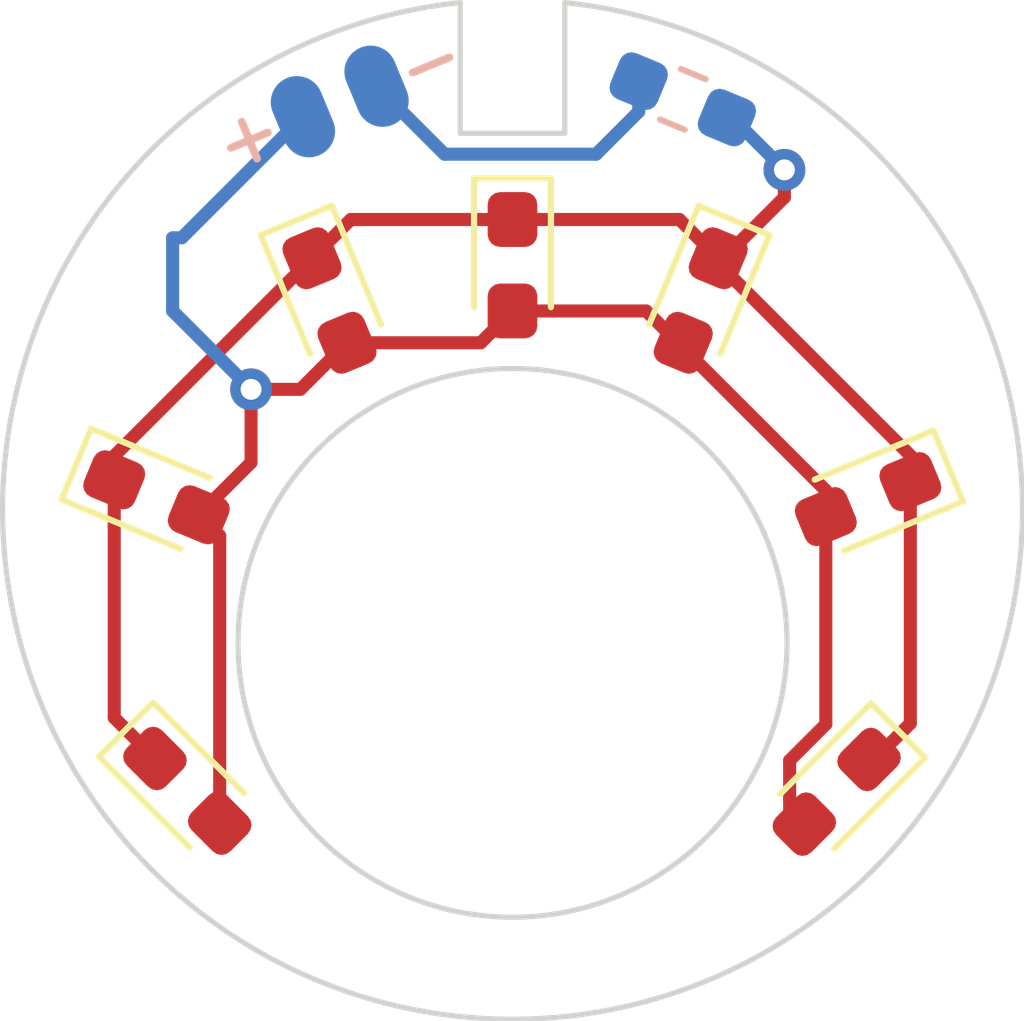
<source format=kicad_pcb>
(kicad_pcb (version 20211014) (generator pcbnew)
  (layers (0 "F.Cu" signal) (31 "B.Cu" signal) (34 "B.Paste" user) (35 "F.Paste" user) (36 "B.SilkS" user "B.Silkscreen") (37 "F.SilkS" user "F.Silkscreen") (38 "B.Mask" user) (39 "F.Mask" user) (44 "Edge.Cuts" user))
  (net 0 "")
  (net 1 "Net-(D1-Pad1)")
  (net 2 "Net-(D1-Pad2)")
  (net 3 "Net-(R1-Pad2)")
  (footprint "LED_SMD:LED_0603_1608Metric_Pad1.05x0.95mm_HandSolder" (layer "F.Cu") (at 116.491605 78.365152 -22.5)
    (fp_text reference "D3" hide)
    (fp_text value "LED" hide)
    (fp_line (start -1.66 -0.735) (end -1.66 0.735) (layer "F.SilkS") (width 0.12))
    (fp_line (start -1.66 0.735) (end 0.8 0.735) (layer "F.SilkS") (width 0.12))
    (fp_line (start 0.8 -0.735) (end -1.66 -0.735) (layer "F.SilkS") (width 0.12))
    (pad "1" smd roundrect (at -0.875 0 337.5) (size 1.05 0.95) (layers "F.Cu" "F.Paste" "F.Mask") (net 1 "Net-(D1-Pad1)"))
    (pad "2" smd roundrect (at 0.875 0 337.5) (size 1.05 0.95) (layers "F.Cu" "F.Paste" "F.Mask") (net 2 "Net-(D1-Pad2)"))
  )
  (footprint "LED_SMD:LED_0603_1608Metric_Pad1.05x0.95mm_HandSolder" (layer "F.Cu") (at 129.5 84 -135)
    (fp_text reference "D7" hide)
    (fp_text value "LED" hide)
    (fp_line (start -1.66 -0.735) (end -1.66 0.735) (layer "F.SilkS") (width 0.12))
    (fp_line (start 0.8 -0.735) (end -1.66 -0.735) (layer "F.SilkS") (width 0.12))
    (fp_line (start -1.66 0.735) (end 0.8 0.735) (layer "F.SilkS") (width 0.12))
    (pad "1" smd roundrect (at -0.875 0 225) (size 1.05 0.95) (layers "F.Cu" "F.Paste" "F.Mask") (net 1 "Net-(D1-Pad1)"))
    (pad "2" smd roundrect (at 0.875 0 225) (size 1.05 0.95) (layers "F.Cu" "F.Paste" "F.Mask") (net 2 "Net-(D1-Pad2)"))
  )
  (footprint "LED_SMD:LED_0603_1608Metric_Pad1.05x0.95mm_HandSolder" (layer "F.Cu") (at 119.8 74.6 -67.5)
    (fp_text reference "D2" hide)
    (fp_text value "LED" hide)
    (fp_line (start -1.66 0.735) (end 0.8 0.735) (layer "F.SilkS") (width 0.12))
    (fp_line (start -1.66 -0.735) (end -1.66 0.735) (layer "F.SilkS") (width 0.12))
    (fp_line (start 0.8 -0.735) (end -1.66 -0.735) (layer "F.SilkS") (width 0.12))
    (pad "1" smd roundrect (at -0.875 0 292.5) (size 1.05 0.95) (layers "F.Cu" "F.Paste" "F.Mask") (net 1 "Net-(D1-Pad1)"))
    (pad "2" smd roundrect (at 0.875 0 292.5) (size 1.05 0.95) (layers "F.Cu" "F.Paste" "F.Mask") (net 2 "Net-(D1-Pad2)"))
  )
  (footprint "LED_SMD:LED_0603_1608Metric_Pad1.05x0.95mm_HandSolder" (layer "F.Cu") (at 126.9 74.6 -112.5)
    (fp_text reference "D5" hide)
    (fp_text value "LED" hide)
    (fp_line (start -1.66 -0.735) (end -1.66 0.735) (layer "F.SilkS") (width 0.12))
    (fp_line (start 0.8 -0.735) (end -1.66 -0.735) (layer "F.SilkS") (width 0.12))
    (fp_line (start -1.66 0.735) (end 0.8 0.735) (layer "F.SilkS") (width 0.12))
    (pad "1" smd roundrect (at -0.875 0 247.5) (size 1.05 0.95) (layers "F.Cu" "F.Paste" "F.Mask") (net 1 "Net-(D1-Pad1)"))
    (pad "2" smd roundrect (at 0.875 0 247.5) (size 1.05 0.95) (layers "F.Cu" "F.Paste" "F.Mask") (net 2 "Net-(D1-Pad2)"))
  )
  (footprint "LED_SMD:LED_0603_1608Metric_Pad1.05x0.95mm_HandSolder" (layer "F.Cu") (at 123.3 73.925 -90)
    (fp_text reference "D1" hide)
    (fp_text value "LED" hide)
    (fp_line (start -1.66 0.735) (end 0.8 0.735) (layer "F.SilkS") (width 0.12))
    (fp_line (start -1.66 -0.735) (end -1.66 0.735) (layer "F.SilkS") (width 0.12))
    (fp_line (start 0.8 -0.735) (end -1.66 -0.735) (layer "F.SilkS") (width 0.12))
    (pad "1" smd roundrect (at -0.875 0 270) (size 1.05 0.95) (layers "F.Cu" "F.Paste" "F.Mask") (net 1 "Net-(D1-Pad1)"))
    (pad "2" smd roundrect (at 0.875 0 270) (size 1.05 0.95) (layers "F.Cu" "F.Paste" "F.Mask") (net 2 "Net-(D1-Pad2)"))
  )
  (footprint "LED_SMD:LED_0603_1608Metric_Pad1.05x0.95mm_HandSolder" (layer "F.Cu") (at 117.081282 83.981282 -45)
    (fp_text reference "D4" hide)
    (fp_text value "LED" hide)
    (fp_line (start -1.66 0.735) (end 0.8 0.735) (layer "F.SilkS") (width 0.12))
    (fp_line (start -1.66 -0.735) (end -1.66 0.735) (layer "F.SilkS") (width 0.12))
    (fp_line (start 0.8 -0.735) (end -1.66 -0.735) (layer "F.SilkS") (width 0.12))
    (pad "1" smd roundrect (at -0.875 0 315) (size 1.05 0.95) (layers "F.Cu" "F.Paste" "F.Mask") (net 1 "Net-(D1-Pad1)"))
    (pad "2" smd roundrect (at 0.875 0 315) (size 1.05 0.95) (layers "F.Cu" "F.Paste" "F.Mask") (net 2 "Net-(D1-Pad2)"))
  )
  (footprint "LED_SMD:LED_0603_1608Metric_Pad1.05x0.95mm_HandSolder" (layer "F.Cu") (at 130.1 78.4 -157.5)
    (fp_text reference "D6" hide)
    (fp_text value "LED" hide)
    (fp_line (start -1.66 0.735) (end 0.8 0.735) (layer "F.SilkS") (width 0.12))
    (fp_line (start 0.8 -0.735) (end -1.66 -0.735) (layer "F.SilkS") (width 0.12))
    (fp_line (start -1.66 -0.735) (end -1.66 0.735) (layer "F.SilkS") (width 0.12))
    (pad "1" smd roundrect (at -0.875 0 202.5) (size 1.05 0.95) (layers "F.Cu" "F.Paste" "F.Mask") (net 1 "Net-(D1-Pad1)"))
    (pad "2" smd roundrect (at 0.875 0 202.5) (size 1.05 0.95) (layers "F.Cu" "F.Paste" "F.Mask") (net 2 "Net-(D1-Pad2)"))
  )
  (footprint "battery_connector_custom:vcc_gnd_2pin_custom_smd_close" (layer "B.Cu") (at 119.996004 70.791605 -157.5)
    (fp_text reference "U1" hide)
    (fp_text value "battery_custom" hide)
    (fp_text user "-" (at -1.8796 0.0508 22.5) (layer "B.SilkS") (effects (justify mirror)))
    (fp_text user "+" (at 1.8796 0.0508 22.5) (layer "B.SilkS") (effects (justify mirror)))
    (pad "1" smd oval (at -0.762 0 112.5) (size 1.6 1) (layers "B.Cu" "B.Paste" "B.Mask") (net 3 "Net-(R1-Pad2)"))
    (pad "2" smd oval (at 0.762 0 112.5) (size 1.6 1) (layers "B.Cu" "B.Paste" "B.Mask") (net 2 "Net-(D1-Pad2)"))
  )
  (footprint "Resistor_SMD:R_0603_1608Metric_Pad0.98x0.95mm_HandSolder" (layer "B.Cu") (at 126.55696 70.750801 157.5)
    (fp_text reference "R1" hide)
    (fp_text value "R")
    (fp_line (start -0.254724 0.5225) (end 0.254724 0.5225) (layer "B.SilkS") (width 0.12))
    (fp_line (start -0.254724 -0.5225) (end 0.254724 -0.5225) (layer "B.SilkS") (width 0.12))
    (pad "1" smd roundrect (at -0.9125 0 157.5) (size 0.975 0.95) (layers "B.Cu" "B.Paste" "B.Mask") (net 1 "Net-(D1-Pad1)"))
    (pad "2" smd roundrect (at 0.9125 0 157.5) (size 0.975 0.95) (layers "B.Cu" "B.Paste" "B.Mask") (net 3 "Net-(R1-Pad2)"))
  )
  (gr_line (start 124.3 71.4) (end 124.3 68.9) (layer "Edge.Cuts") (width 0.1))
  (gr_line (start 122.3 68.9) (end 122.3 71.4) (layer "Edge.Cuts") (width 0.1))
  (gr_line (start 122.3 71.4) (end 124.3 71.4) (layer "Edge.Cuts") (width 0.1))
  (gr_circle (center 123.3 81.15) (end 128.55 81.15) (layer "Edge.Cuts") (width 0.1) (fill none))
  (gr_arc (start 124.3 68.9) (mid 123.3 88.35141) (end 122.3 68.9) (layer "Edge.Cuts") (width 0.1))
  (segment (start 130.908395 78.165152) (end 130.908395 82.691605) (width 0.25) (layer "F.Cu") (net 1))
  (segment (start 130.908395 82.691605) (end 130.118718 83.481282) (width 0.25) (layer "F.Cu") (net 1))
  (segment (start 126.493243 73.05) (end 127.234848 73.791605) (width 0.25) (layer "F.Cu") (net 1))
  (segment (start 120.206757 73.05) (end 123.3 73.05) (width 0.25) (layer "F.Cu") (net 1))
  (segment (start 115.68321 77.573547) (end 119.465152 73.791605) (width 0.25) (layer "F.Cu") (net 1))
  (segment (start 130.908395 77.565152) (end 130.908395 78.165152) (width 0.25) (layer "F.Cu") (net 1))
  (segment (start 119.465152 73.791605) (end 120.206757 73.05) (width 0.25) (layer "F.Cu") (net 1))
  (segment (start 123.3 73.05) (end 126.493243 73.05) (width 0.25) (layer "F.Cu") (net 1))
  (segment (start 115.68321 78.030304) (end 115.68321 77.573547) (width 0.25) (layer "F.Cu") (net 1))
  (segment (start 115.68321 82.58321) (end 115.68321 78.030304) (width 0.25) (layer "F.Cu") (net 1))
  (segment (start 127.234848 73.891605) (end 130.908395 77.565152) (width 0.25) (layer "F.Cu") (net 1))
  (segment (start 128.5 72.1) (end 128.5 72.626453) (width 0.25) (layer "F.Cu") (net 1))
  (segment (start 116.462564 83.362564) (end 115.68321 82.58321) (width 0.25) (layer "F.Cu") (net 1))
  (segment (start 128.5 72.626453) (end 127.234848 73.891605) (width 0.25) (layer "F.Cu") (net 1))
  (via (at 128.5 72.1) (size 0.8) (drill 0.4) (layers "F.Cu" "B.Cu") (net 1))
  (segment (start 127.5 71.1) (end 128.5 72.1) (width 0.25) (layer "B.Cu") (net 1))
  (segment (start 127.4 71.1) (end 127.5 71.1) (width 0.25) (layer "B.Cu") (net 1))
  (segment (start 122.691605 75.408395) (end 123.3 74.8) (width 0.25) (layer "F.Cu") (net 2))
  (segment (start 129.291605 78.834848) (end 129.291605 82.708395) (width 0.25) (layer "F.Cu") (net 2))
  (segment (start 125.856757 74.8) (end 126.565152 75.508395) (width 0.25) (layer "F.Cu") (net 2))
  (segment (start 118.3 77.7) (end 118.3 76.3) (width 0.25) (layer "F.Cu") (net 2))
  (segment (start 129.291605 78.234848) (end 129.291605 78.834848) (width 0.25) (layer "F.Cu") (net 2))
  (segment (start 119.243243 76.3) (end 120.134848 75.408395) (width 0.25) (layer "F.Cu") (net 2))
  (segment (start 117.7 79.1) (end 117.3 78.7) (width 0.25) (layer "F.Cu") (net 2))
  (segment (start 128.6 83.4) (end 128.6 84.437436) (width 0.25) (layer "F.Cu") (net 2))
  (segment (start 126.565152 75.508395) (end 129.291605 78.234848) (width 0.25) (layer "F.Cu") (net 2))
  (segment (start 117.3 78.7) (end 118.3 77.7) (width 0.25) (layer "F.Cu") (net 2))
  (segment (start 123.3 74.8) (end 125.856757 74.8) (width 0.25) (layer "F.Cu") (net 2))
  (segment (start 120.134848 75.408395) (end 122.691605 75.408395) (width 0.25) (layer "F.Cu") (net 2))
  (segment (start 118.3 76.3) (end 119.243243 76.3) (width 0.25) (layer "F.Cu") (net 2))
  (segment (start 129.291605 82.708395) (end 128.6 83.4) (width 0.25) (layer "F.Cu") (net 2))
  (segment (start 117.7 84.6) (end 117.7 79.1) (width 0.25) (layer "F.Cu") (net 2))
  (segment (start 128.6 84.437436) (end 128.881282 84.718718) (width 0.25) (layer "F.Cu") (net 2))
  (via (at 118.3 76.3) (size 0.8) (drill 0.4) (layers "F.Cu" "B.Cu") (net 2))
  (segment (start 116.975218 73.4) (end 116.8 73.4) (width 0.25) (layer "B.Cu") (net 2))
  (segment (start 116.8 74.8) (end 118.3 76.3) (width 0.25) (layer "B.Cu") (net 2))
  (segment (start 119.292008 71.08321) (end 116.975218 73.4) (width 0.25) (layer "B.Cu") (net 2))
  (segment (start 116.8 73.4) (end 116.8 74.8) (width 0.25) (layer "B.Cu") (net 2))
  (segment (start 122 71.8) (end 124.9 71.8) (width 0.25) (layer "B.Cu") (net 3))
  (segment (start 120.7 70.5) (end 122 71.8) (width 0.25) (layer "B.Cu") (net 3))
  (segment (start 124.9 71.8) (end 125.71392 70.98608) (width 0.25) (layer "B.Cu") (net 3))
  (segment (start 125.71392 70.98608) (end 125.71392 70.401602) (width 0.25) (layer "B.Cu") (net 3))
)
</source>
